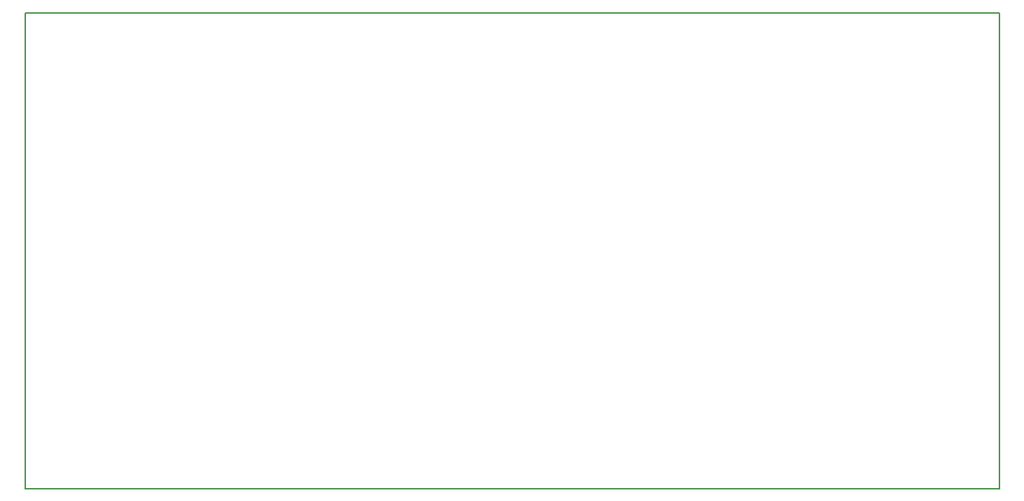
<source format=gm1>
%TF.GenerationSoftware,KiCad,Pcbnew,7.0.5-0*%
%TF.CreationDate,2023-06-05T22:26:43-07:00*%
%TF.ProjectId,PCTGotekAdapter,50435447-6f74-4656-9b41-646170746572,A*%
%TF.SameCoordinates,Original*%
%TF.FileFunction,Profile,NP*%
%FSLAX46Y46*%
G04 Gerber Fmt 4.6, Leading zero omitted, Abs format (unit mm)*
G04 Created by KiCad (PCBNEW 7.0.5-0) date 2023-06-05 22:26:43*
%MOMM*%
%LPD*%
G01*
G04 APERTURE LIST*
%TA.AperFunction,Profile*%
%ADD10C,0.150000*%
%TD*%
G04 APERTURE END LIST*
D10*
X17780000Y-53340000D02*
X132080000Y-53340000D01*
X132080000Y-109220000D01*
X17780000Y-109220000D01*
X17780000Y-53340000D01*
M02*

</source>
